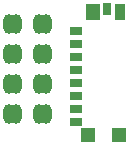
<source format=gbr>
G04 Generated by Ultiboard 14.3 *
%FSLAX34Y34*%
%MOMM*%

%ADD10C,0.0001*%
%ADD11C,0.0010*%
%ADD12C,1.00000*%
%ADD13R,1.2000X1.1500*%
%ADD14R,1.0000X0.7000*%
%ADD15R,1.2000X1.4500*%
%ADD16R,0.9000X1.4000*%
%ADD17R,0.7000X1.0000*%


G04 ColorRGB FF00CC for the following layer *
%LNsoldermask top*%
%LPD*%
G54D10*
G54D11*
G36*
X157100Y-41100D02*
X157100Y-35100D01*
X173100Y-35100D01*
X173100Y-41100D01*
X157100Y-41100D01*
G37*
G36*
X162100Y-46100D02*
X162100Y-30100D01*
X168100Y-30100D01*
X168100Y-46100D01*
X162100Y-46100D01*
G37*
G36*
X182500Y-41100D02*
X182500Y-35100D01*
X198500Y-35100D01*
X198500Y-41100D01*
X182500Y-41100D01*
G37*
G36*
X187500Y-46100D02*
X187500Y-30100D01*
X193500Y-30100D01*
X193500Y-46100D01*
X187500Y-46100D01*
G37*
G36*
X157100Y-15700D02*
X157100Y-9700D01*
X173100Y-9700D01*
X173100Y-15700D01*
X157100Y-15700D01*
G37*
G36*
X162100Y-20700D02*
X162100Y-4700D01*
X168100Y-4700D01*
X168100Y-20700D01*
X162100Y-20700D01*
G37*
G36*
X182500Y-15700D02*
X182500Y-9700D01*
X198500Y-9700D01*
X198500Y-15700D01*
X182500Y-15700D01*
G37*
G36*
X187500Y-20700D02*
X187500Y-4700D01*
X193500Y-4700D01*
X193500Y-20700D01*
X187500Y-20700D01*
G37*
G36*
X157100Y9700D02*
X157100Y15700D01*
X173100Y15700D01*
X173100Y9700D01*
X157100Y9700D01*
G37*
G36*
X162100Y4700D02*
X162100Y20700D01*
X168100Y20700D01*
X168100Y4700D01*
X162100Y4700D01*
G37*
G36*
X182500Y9700D02*
X182500Y15700D01*
X198500Y15700D01*
X198500Y9700D01*
X182500Y9700D01*
G37*
G36*
X187500Y4700D02*
X187500Y20700D01*
X193500Y20700D01*
X193500Y4700D01*
X187500Y4700D01*
G37*
G36*
X157100Y35100D02*
X157100Y41100D01*
X173100Y41100D01*
X173100Y35100D01*
X157100Y35100D01*
G37*
G36*
X162100Y30100D02*
X162100Y46100D01*
X168100Y46100D01*
X168100Y30100D01*
X162100Y30100D01*
G37*
G36*
X182500Y35100D02*
X182500Y41100D01*
X198500Y41100D01*
X198500Y35100D01*
X182500Y35100D01*
G37*
G36*
X187500Y30100D02*
X187500Y46100D01*
X193500Y46100D01*
X193500Y30100D01*
X187500Y30100D01*
G37*
G54D12*
X162100Y-35100D03*
X168100Y-35100D03*
X162100Y-41100D03*
X168100Y-41100D03*
X187500Y-35100D03*
X193500Y-35100D03*
X187500Y-41100D03*
X193500Y-41100D03*
X162100Y-9700D03*
X168100Y-9700D03*
X162100Y-15700D03*
X168100Y-15700D03*
X187500Y-9700D03*
X193500Y-9700D03*
X187500Y-15700D03*
X193500Y-15700D03*
X162100Y15700D03*
X168100Y15700D03*
X162100Y9700D03*
X168100Y9700D03*
X187500Y15700D03*
X193500Y15700D03*
X187500Y9700D03*
X193500Y9700D03*
X162100Y41100D03*
X168100Y41100D03*
X162100Y35100D03*
X168100Y35100D03*
X187500Y41100D03*
X193500Y41100D03*
X187500Y35100D03*
X193500Y35100D03*
G54D13*
X228940Y-55700D03*
X254840Y-55700D03*
G54D14*
X218440Y-45000D03*
X218440Y-34000D03*
X218440Y-23000D03*
X218440Y-12000D03*
X218440Y-1000D03*
X218440Y10000D03*
X218440Y21000D03*
X218440Y32000D03*
G54D15*
X233340Y48250D03*
G54D16*
X256340Y48500D03*
G54D17*
X244840Y50500D03*

M02*

</source>
